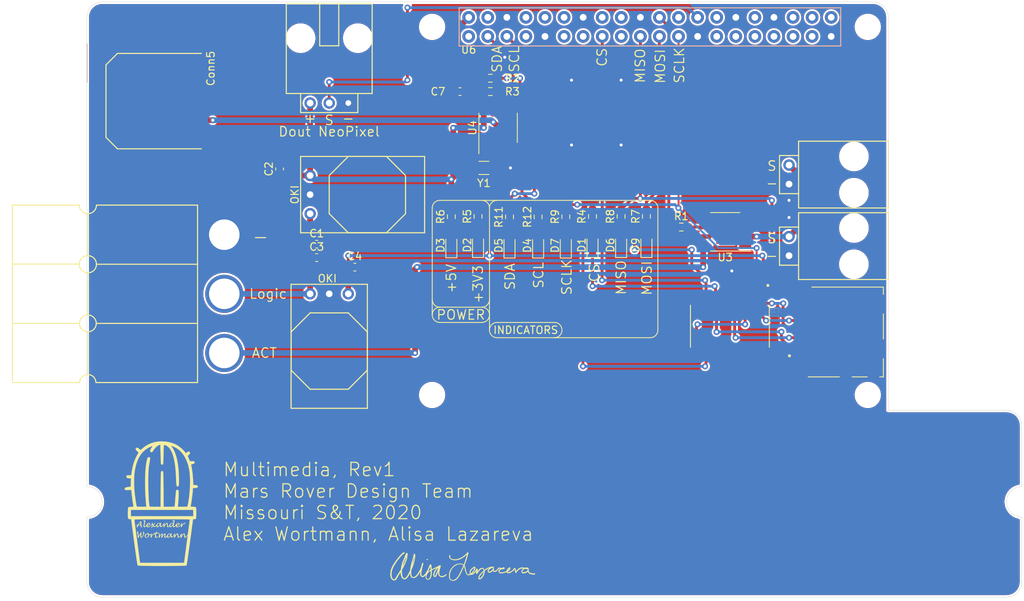
<source format=kicad_pcb>
(kicad_pcb (version 20171130) (host pcbnew "(5.1.4)-1")
  (layers (0 F.Cu signal) (31 B.Cu signal) (34 B.Paste user) (35 F.Paste user) (36 B.SilkS user) (37 F.SilkS user) (38 B.Mask user) (39 F.Mask user) (44 Edge.Cuts user))
  (net 0 "")
  (net 1 +12V)
  (net 2 GND)
  (net 3 +5V)
  (net 4 +3V3)
  (net 5 +12VA)
  (net 6 "Net-(Conn2-Pad1)")
  (net 7 Dout_NeoPixel)
  (net 8 "Net-(D1-Pad2)")
  (net 9 "Net-(D1-Pad1)")
  (net 10 "Net-(D2-Pad2)")
  (net 11 "Net-(D3-Pad2)")
  (net 12 "Net-(D4-Pad2)")
  (net 13 "Net-(D5-Pad2)")
  (net 14 "Net-(D6-Pad2)")
  (net 15 "Net-(D9-Pad2)")
  (net 16 "Net-(J1-Pad8)")
  (net 17 "Net-(J1-Pad5)")
  (net 18 LightToggle)
  (net 19 "Net-(R1-Pad2)")
  (net 20 SDA)
  (net 21 SCL)
  (net 22 "Net-(R4-Pad2)")
  (net 23 SD_Select)
  (net 24 "Net-(U4-Pad1)")
  (net 25 "Net-(U4-Pad2)")
  (net 26 "Net-(U4-Pad7)")
  (net 27 "Net-(U5-Pad12)")
  (net 28 "Net-(U5-Pad15)")
  (net 29 "Net-(U6-Pad1)")
  (net 30 "Net-(U6-Pad4)")
  (net 31 "Net-(U6-Pad7)")
  (net 32 "Net-(U6-Pad8)")
  (net 33 "Net-(U6-Pad10)")
  (net 34 "Net-(U6-Pad11)")
  (net 35 "Net-(U6-Pad12)")
  (net 36 "Net-(U6-Pad16)")
  (net 37 "Net-(U6-Pad17)")
  (net 38 "Net-(U6-Pad24)")
  (net 39 "Net-(U6-Pad27)")
  (net 40 "Net-(U6-Pad28)")
  (net 41 "Net-(U6-Pad29)")
  (net 42 "Net-(U6-Pad31)")
  (net 43 "Net-(U6-Pad32)")
  (net 44 "Net-(U6-Pad33)")
  (net 45 "Net-(U6-Pad35)")
  (net 46 "Net-(U6-Pad36)")
  (net 47 "Net-(U6-Pad37)")
  (net 48 "Net-(U6-Pad38)")
  (net 49 "Net-(U6-Pad40)")
  (net 50 "Net-(J1-Pad1)")
  (net 51 "Net-(J1-Pad3)")
  (net 52 "Net-(U6-Pad13)")
  (net 53 +5VA)
  (net 54 SD_MISO)
  (net 55 SD_MOSI)
  (net 56 SD_SCLK)
  (net 57 "Net-(D7-Pad2)")
  (module "Multimedia:PricklySig(1)" (layer F.Cu) (at 105.664 109.22)
    (fp_text reference G*** hide)
    (fp_text value LOGO hide)
  )
  (module Multimedia:Alisa_Lazareva_21mmx9mm (layer F.Cu) (at 145.796 116.332)
    (fp_text reference G*** hide)
    (fp_text value LOGO hide)
  )
  (module MRDT_Shields:RaspberryPi_THT_BOTTOM (layer F.Cu) (at 95.783001 96.291001)
    (fp_text reference U6 (at 50.8 -47.506) (layer F.SilkS))
    (fp_text value Raspberry_Pi)
    (pad "" np_thru_hole circle (at 103.93 -1.546) (size 3 3) (drill 3) (layers *.Cu *.Mask))
    (pad "" np_thru_hole circle (at 103.93 -50.546) (size 3 3) (drill 3) (layers *.Cu *.Mask))
    (pad "" np_thru_hole circle (at 45.93 -1.546) (size 3 3) (drill 3) (layers *.Cu *.Mask))
    (pad "" np_thru_hole circle (at 45.93 -50.546) (size 3 3) (drill 3) (layers *.Cu *.Mask))
    (pad 40 thru_hole circle (at 99.06 -51.816) (size 1.7 1.7) (drill 0.9) (layers *.Cu *.Mask) (net 49 "Net-(U6-Pad40)"))
    (pad 39 thru_hole circle (at 99.06 -49.276) (size 1.7 1.7) (drill 0.9) (layers *.Cu *.Mask) (net 2 GND))
    (pad 38 thru_hole circle (at 96.52 -51.816) (size 1.7 1.7) (drill 0.9) (layers *.Cu *.Mask) (net 48 "Net-(U6-Pad38)"))
    (pad 37 thru_hole circle (at 96.52 -49.276) (size 1.7 1.7) (drill 0.9) (layers *.Cu *.Mask) (net 47 "Net-(U6-Pad37)"))
    (pad 36 thru_hole circle (at 93.98 -51.816) (size 1.7 1.7) (drill 0.9) (layers *.Cu *.Mask) (net 46 "Net-(U6-Pad36)"))
    (pad 35 thru_hole circle (at 93.98 -49.276) (size 1.7 1.7) (drill 0.9) (layers *.Cu *.Mask) (net 45 "Net-(U6-Pad35)"))
    (pad 34 thru_hole circle (at 91.44 -51.816) (size 1.7 1.7) (drill 0.9) (layers *.Cu *.Mask) (net 2 GND))
    (pad 33 thru_hole circle (at 91.44 -49.276) (size 1.7 1.7) (drill 0.9) (layers *.Cu *.Mask) (net 44 "Net-(U6-Pad33)"))
    (pad 32 thru_hole circle (at 88.9 -51.816) (size 1.7 1.7) (drill 0.9) (layers *.Cu *.Mask) (net 43 "Net-(U6-Pad32)"))
    (pad 31 thru_hole circle (at 88.9 -49.276) (size 1.7 1.7) (drill 0.9) (layers *.Cu *.Mask) (net 42 "Net-(U6-Pad31)"))
    (pad 30 thru_hole circle (at 86.36 -51.816) (size 1.7 1.7) (drill 0.9) (layers *.Cu *.Mask) (net 2 GND))
    (pad 29 thru_hole circle (at 86.36 -49.276) (size 1.7 1.7) (drill 0.9) (layers *.Cu *.Mask) (net 41 "Net-(U6-Pad29)"))
    (pad 28 thru_hole circle (at 83.82 -51.816) (size 1.7 1.7) (drill 0.9) (layers *.Cu *.Mask) (net 40 "Net-(U6-Pad28)"))
    (pad 27 thru_hole circle (at 83.82 -49.276) (size 1.7 1.7) (drill 0.9) (layers *.Cu *.Mask) (net 39 "Net-(U6-Pad27)"))
    (pad 26 thru_hole circle (at 81.28 -51.816) (size 1.7 1.7) (drill 0.9) (layers *.Cu *.Mask) (net 7 Dout_NeoPixel))
    (pad 25 thru_hole circle (at 81.28 -49.276) (size 1.7 1.7) (drill 0.9) (layers *.Cu *.Mask) (net 2 GND))
    (pad 24 thru_hole circle (at 78.74 -51.816) (size 1.7 1.7) (drill 0.9) (layers *.Cu *.Mask) (net 38 "Net-(U6-Pad24)"))
    (pad 23 thru_hole circle (at 78.74 -49.276) (size 1.7 1.7) (drill 0.9) (layers *.Cu *.Mask) (net 56 SD_SCLK))
    (pad 22 thru_hole circle (at 76.2 -51.816) (size 1.7 1.7) (drill 0.9) (layers *.Cu *.Mask) (net 18 LightToggle))
    (pad 21 thru_hole circle (at 76.2 -49.276) (size 1.7 1.7) (drill 0.9) (layers *.Cu *.Mask) (net 55 SD_MOSI))
    (pad 20 thru_hole circle (at 73.66 -51.816) (size 1.7 1.7) (drill 0.9) (layers *.Cu *.Mask) (net 2 GND))
    (pad 19 thru_hole circle (at 73.66 -49.276) (size 1.7 1.7) (drill 0.9) (layers *.Cu *.Mask) (net 54 SD_MISO))
    (pad 18 thru_hole circle (at 71.12 -51.816) (size 1.7 1.7) (drill 0.9) (layers *.Cu *.Mask))
    (pad 17 thru_hole circle (at 71.12 -49.276) (size 1.7 1.7) (drill 0.9) (layers *.Cu *.Mask) (net 37 "Net-(U6-Pad17)"))
    (pad 16 thru_hole circle (at 68.58 -51.816) (size 1.7 1.7) (drill 0.9) (layers *.Cu *.Mask) (net 36 "Net-(U6-Pad16)"))
    (pad 15 thru_hole circle (at 68.58 -49.276) (size 1.7 1.7) (drill 0.9) (layers *.Cu *.Mask) (net 23 SD_Select))
    (pad 14 thru_hole circle (at 66.04 -51.816) (size 1.7 1.7) (drill 0.9) (layers *.Cu *.Mask) (net 2 GND))
    (pad 13 thru_hole circle (at 66.04 -49.276) (size 1.7 1.7) (drill 0.9) (layers *.Cu *.Mask) (net 52 "Net-(U6-Pad13)"))
    (pad 12 thru_hole circle (at 63.5 -51.816) (size 1.7 1.7) (drill 0.9) (layers *.Cu *.Mask) (net 35 "Net-(U6-Pad12)"))
    (pad 11 thru_hole circle (at 63.5 -49.276) (size 1.7 1.7) (drill 0.9) (layers *.Cu *.Mask) (net 34 "Net-(U6-Pad11)"))
    (pad 10 thru_hole circle (at 60.96 -51.816) (size 1.7 1.7) (drill 0.9) (layers *.Cu *.Mask) (net 33 "Net-(U6-Pad10)"))
    (pad 9 thru_hole circle (at 60.96 -49.276) (size 1.7 1.7) (drill 0.9) (layers *.Cu *.Mask) (net 2 GND))
    (pad 8 thru_hole circle (at 58.42 -51.816) (size 1.7 1.7) (drill 0.9) (layers *.Cu *.Mask) (net 32 "Net-(U6-Pad8)"))
    (pad 7 thru_hole circle (at 58.42 -49.276) (size 1.7 1.7) (drill 0.9) (layers *.Cu *.Mask) (net 31 "Net-(U6-Pad7)"))
    (pad 6 thru_hole circle (at 55.88 -51.816) (size 1.7 1.7) (drill 0.9) (layers *.Cu *.Mask) (net 2 GND))
    (pad 5 thru_hole circle (at 55.88 -49.276) (size 1.7 1.7) (drill 0.9) (layers *.Cu *.Mask) (net 21 SCL))
    (pad 4 thru_hole circle (at 53.34 -51.816) (size 1.7 1.7) (drill 0.9) (layers *.Cu *.Mask) (net 30 "Net-(U6-Pad4)"))
    (pad 3 thru_hole circle (at 53.34 -49.276) (size 1.7 1.7) (drill 0.9) (layers *.Cu *.Mask) (net 20 SDA))
    (pad 2 thru_hole circle (at 50.8 -51.816) (size 1.7 1.7) (drill 0.9) (layers *.Cu *.Mask) (net 3 +5V))
    (pad 1 thru_hole circle (at 50.8 -49.276) (size 1.7 1.7) (drill 0.9) (layers *.Cu *.Mask) (net 29 "Net-(U6-Pad1)"))
  )
  (module MRDT_Connectors:Anderson_3_Horizontal_Side_by_Side (layer F.Cu) (at 114.046 73.406)
    (fp_text reference Conn1 hide)
    (fp_text value Multimedia)
    (pad 1 thru_hole circle (at 0 0) (size 5.08 5.08) (drill 4.06) (layers *.Cu *.Mask F.Paste) (net 2 GND))
    (pad 2 thru_hole circle (at 0 7.874) (size 5.08 5.08) (drill 4.06) (layers *.Cu *.Mask F.Paste) (net 1 +12V))
    (pad 3 thru_hole circle (at 0 15.748) (size 5.08 5.08) (drill 4.06) (layers *.Cu *.Mask F.Paste) (net 5 +12VA))
  )
  (module MRDT_Connectors:MOLEX_SL_02_Horizontal (layer F.Cu) (at 189.23 64.137 270)
    (fp_text reference Conn2 hide)
    (fp_text value Molex_SL_02)
    (pad "" np_thru_hole circle (at 3.683 -8.636 270) (size 3.45 3.45) (drill 3.45) (layers *.Cu *.Mask))
    (pad 2 thru_hole circle (at 2.54 0 270) (size 1.524 1.524) (drill 0.9) (layers *.Cu *.Mask) (net 2 GND))
    (pad 1 thru_hole circle (at 0 0 270) (size 1.524 1.524) (drill 0.9) (layers *.Cu *.Mask) (net 6 "Net-(Conn2-Pad1)"))
    (pad "" np_thru_hole circle (at -1.145 -8.64 270) (size 3.45 3.45) (drill 3.45) (layers *.Cu *.Mask))
  )
  (module MRDT_Connectors:MOLEX_SL_02_Horizontal (layer F.Cu) (at 189.23 73.66 270)
    (fp_text reference Conn3 hide)
    (fp_text value Molex_SL_02)
    (pad "" np_thru_hole circle (at 3.683 -8.636 270) (size 3.45 3.45) (drill 3.45) (layers *.Cu *.Mask))
    (pad 2 thru_hole circle (at 2.54 0 270) (size 1.524 1.524) (drill 0.9) (layers *.Cu *.Mask) (net 2 GND))
    (pad 1 thru_hole circle (at 0 0 270) (size 1.524 1.524) (drill 0.9) (layers *.Cu *.Mask) (net 6 "Net-(Conn2-Pad1)"))
    (pad "" np_thru_hole circle (at -1.145 -8.64 270) (size 3.45 3.45) (drill 3.45) (layers *.Cu *.Mask))
  )
  (module MRDT_Connectors:MOLEX_SL_03_Horizontal (layer F.Cu) (at 125.476 55.88)
    (fp_text reference Conn4 hide)
    (fp_text value Molex_SL_03)
    (pad "" np_thru_hole circle (at 6.35 -8.636) (size 3.45 3.45) (drill 3.45) (layers *.Cu *.Mask))
    (pad "" np_thru_hole circle (at -1.27 -8.636) (size 3.45 3.45) (drill 3.45) (layers *.Cu *.Mask))
    (pad 3 thru_hole circle (at 5.08 0) (size 1.524 1.524) (drill 0.762) (layers *.Cu *.Mask) (net 2 GND))
    (pad 2 thru_hole circle (at 2.54 0) (size 1.524 1.524) (drill 0.9) (layers *.Cu *.Mask) (net 7 Dout_NeoPixel))
    (pad 1 thru_hole circle (at 0 0) (size 1.524 1.524) (drill 0.9) (layers *.Cu *.Mask) (net 3 +5V))
  )
  (module MRDT_Connectors:CR1220_Battery_Holder (layer F.Cu) (at 105.918 63.246 90)
    (fp_text reference Conn5 (at 11.9634 6.3246 90) (layer F.SilkS))
    (fp_text value 12mm_Coin_Cell_Battery_Holder)
    (pad 2 smd circle (at 7.62 0 90) (size 10.16 10.16) (layers F.Cu F.Paste F.Mask) (net 53 +5VA))
    (pad 1 smd rect (at 15.24 0 90) (size 2.54 6.35) (layers F.Cu F.Paste F.Mask) (net 2 GND))
    (pad 1 smd rect (at 0 0 90) (size 2.54 6.35) (layers F.Cu F.Paste F.Mask) (net 2 GND))
  )
  (module LED_SMD:LED_0603_1608Metric_Pad1.05x0.95mm_HandSolder (layer F.Cu) (at 163.068 74.789 90)
    (fp_text reference D1 (at 0 -1.43 90) (layer F.SilkS))
    (fp_text value SD_Select)
    (pad 2 smd roundrect (at 0.875 0 90) (size 1.05 0.95) (layers F.Cu F.Paste F.Mask) (net 8 "Net-(D1-Pad2)"))
    (pad 1 smd roundrect (at -0.875 0 90) (size 1.05 0.95) (layers F.Cu F.Paste F.Mask) (net 9 "Net-(D1-Pad1)"))
  )
  (module LED_SMD:LED_0603_1608Metric_Pad1.05x0.95mm_HandSolder (layer F.Cu) (at 147.828 74.789 90)
    (fp_text reference D2 (at 0 -1.43 90) (layer F.SilkS))
    (fp_text value GREEN)
    (pad 2 smd roundrect (at 0.875 0 90) (size 1.05 0.95) (layers F.Cu F.Paste F.Mask) (net 10 "Net-(D2-Pad2)"))
    (pad 1 smd roundrect (at -0.875 0 90) (size 1.05 0.95) (layers F.Cu F.Paste F.Mask) (net 2 GND))
  )
  (module LED_SMD:LED_0603_1608Metric_Pad1.05x0.95mm_HandSolder (layer F.Cu) (at 144.272 74.817 90)
    (fp_text reference D3 (at 0 -1.43 90) (layer F.SilkS))
    (fp_text value GREEN)
    (pad 2 smd roundrect (at 0.875 0 90) (size 1.05 0.95) (layers F.Cu F.Paste F.Mask) (net 11 "Net-(D3-Pad2)"))
    (pad 1 smd roundrect (at -0.875 0 90) (size 1.05 0.95) (layers F.Cu F.Paste F.Mask) (net 2 GND))
  )
  (module LED_SMD:LED_0603_1608Metric_Pad1.05x0.95mm_HandSolder (layer F.Cu) (at 155.829 74.8525 90)
    (fp_text reference D4 (at 0 -1.43 90) (layer F.SilkS))
    (fp_text value BLUE)
    (pad 2 smd roundrect (at 0.875 0 90) (size 1.05 0.95) (layers F.Cu F.Paste F.Mask) (net 12 "Net-(D4-Pad2)"))
    (pad 1 smd roundrect (at -0.875 0 90) (size 1.05 0.95) (layers F.Cu F.Paste F.Mask) (net 2 GND))
  )
  (module LED_SMD:LED_0603_1608Metric_Pad1.05x0.95mm_HandSolder (layer F.Cu) (at 152.019 74.8525 90)
    (fp_text reference D5 (at 0 -1.43 90) (layer F.SilkS))
    (fp_text value BLUE)
    (pad 2 smd roundrect (at 0.875 0 90) (size 1.05 0.95) (layers F.Cu F.Paste F.Mask) (net 13 "Net-(D5-Pad2)"))
    (pad 1 smd roundrect (at -0.875 0 90) (size 1.05 0.95) (layers F.Cu F.Paste F.Mask) (net 2 GND))
  )
  (module LED_SMD:LED_0603_1608Metric_Pad1.05x0.95mm_HandSolder (layer F.Cu) (at 166.878 74.789 90)
    (fp_text reference D6 (at 0 -1.43 90) (layer F.SilkS))
    (fp_text value BLUE)
    (pad 2 smd roundrect (at 0.875 0 90) (size 1.05 0.95) (layers F.Cu F.Paste F.Mask) (net 14 "Net-(D6-Pad2)"))
    (pad 1 smd roundrect (at -0.875 0 90) (size 1.05 0.95) (layers F.Cu F.Paste F.Mask) (net 2 GND))
  )
  (module LED_SMD:LED_0603_1608Metric_Pad1.05x0.95mm_HandSolder (layer F.Cu) (at 170.2435 74.789 90)
    (fp_text reference D9 (at 0 -1.43 90) (layer F.SilkS))
    (fp_text value BLUE)
    (pad 2 smd roundrect (at 0.875 0 90) (size 1.05 0.95) (layers F.Cu F.Paste F.Mask) (net 15 "Net-(D9-Pad2)"))
    (pad 1 smd roundrect (at -0.875 0 90) (size 1.05 0.95) (layers F.Cu F.Paste F.Mask) (net 2 GND))
  )
  (module MRDT_Devices:OKI_Horizontal (layer F.Cu) (at 125.476 70.612 90)
    (fp_text reference U1 hide)
    (fp_text value OKI (at 2.54 -2.032 90) (layer F.SilkS))
    (pad 3 thru_hole circle (at 5.08 0 90) (size 1.524 1.524) (drill 0.889) (layers *.Cu *.Mask) (net 3 +5V))
    (pad 2 thru_hole circle (at 2.54 0 90) (size 1.524 1.524) (drill 0.889) (layers *.Cu *.Mask) (net 2 GND))
    (pad 1 thru_hole circle (at 0 0 90) (size 1.524 1.524) (drill 0.889) (layers *.Cu *.Mask) (net 1 +12V))
  )
  (module MRDT_Devices:OKI_Horizontal (layer F.Cu) (at 125.476 81.28)
    (fp_text reference U2 hide)
    (fp_text value OKI (at 2.286 -2.032) (layer F.SilkS))
    (pad 3 thru_hole circle (at 5.08 0) (size 1.524 1.524) (drill 0.889) (layers *.Cu *.Mask) (net 4 +3V3))
    (pad 2 thru_hole circle (at 2.54 0) (size 1.524 1.524) (drill 0.889) (layers *.Cu *.Mask) (net 2 GND))
    (pad 1 thru_hole circle (at 0 0) (size 1.524 1.524) (drill 0.889) (layers *.Cu *.Mask) (net 1 +12V))
  )
  (module Package_SO:HTSOP-8-1EP_3.9x4.9mm_P1.27mm_EP2.4x3.2mm (layer F.Cu) (at 180.738 73.025 180)
    (fp_text reference U3 (at 0 -3.4) (layer F.SilkS))
    (fp_text value BDJ2GA5WEFJ)
    (pad 9 smd rect (at 0 0 180) (size 2.4 3.2) (layers F.Cu F.Mask))
    (pad 8 smd roundrect (at 2.65 -1.905 180) (size 1.6 0.6) (layers F.Cu F.Paste F.Mask) (net 5 +12VA))
    (pad 7 smd roundrect (at 2.65 -0.635 180) (size 1.6 0.6) (layers F.Cu F.Paste F.Mask))
    (pad 6 smd roundrect (at 2.65 0.635 180) (size 1.6 0.6) (layers F.Cu F.Paste F.Mask) (net 19 "Net-(R1-Pad2)"))
    (pad 5 smd roundrect (at 2.65 1.905 180) (size 1.6 0.6) (layers F.Cu F.Paste F.Mask))
    (pad 4 smd roundrect (at -2.65 1.905 180) (size 1.6 0.6) (layers F.Cu F.Paste F.Mask))
    (pad 3 smd roundrect (at -2.65 0.635 180) (size 1.6 0.6) (layers F.Cu F.Paste F.Mask) (net 2 GND))
    (pad 2 smd roundrect (at -2.65 -0.635 180) (size 1.6 0.6) (layers F.Cu F.Paste F.Mask) (net 6 "Net-(Conn2-Pad1)"))
    (pad 1 smd roundrect (at -2.65 -1.905 180) (size 1.6 0.6) (layers F.Cu F.Paste F.Mask) (net 6 "Net-(Conn2-Pad1)"))
  )
  (module Package_SO:SOIC-8_3.9x4.9mm_P1.27mm (layer F.Cu) (at 150.495 59.182 90)
    (fp_text reference U4 (at 0 -3.4 90) (layer F.SilkS))
    (fp_text value DS1307Z+)
    (pad 8 smd roundrect (at 2.475 -1.905 90) (size 1.95 0.6) (layers F.Cu F.Paste F.Mask) (net 3 +5V))
    (pad 7 smd roundrect (at 2.475 -0.635 90) (size 1.95 0.6) (layers F.Cu F.Paste F.Mask) (net 26 "Net-(U4-Pad7)"))
    (pad 6 smd roundrect (at 2.475 0.635 90) (size 1.95 0.6) (layers F.Cu F.Paste F.Mask) (net 21 SCL))
    (pad 5 smd roundrect (at 2.475 1.905 90) (size 1.95 0.6) (layers F.Cu F.Paste F.Mask) (net 20 SDA))
    (pad 4 smd roundrect (at -2.475 1.905 90) (size 1.95 0.6) (layers F.Cu F.Paste F.Mask) (net 2 GND))
    (pad 3 smd roundrect (at -2.475 0.635 90) (size 1.95 0.6) (layers F.Cu F.Paste F.Mask) (net 53 +5VA))
    (pad 2 smd roundrect (at -2.475 -0.635 90) (size 1.95 0.6) (layers F.Cu F.Paste F.Mask) (net 25 "Net-(U4-Pad2)"))
    (pad 1 smd roundrect (at -2.475 -1.905 90) (size 1.95 0.6) (layers F.Cu F.Paste F.Mask) (net 24 "Net-(U4-Pad1)"))
  )
  (module Crystal:Crystal_SMD_3215-2Pin_3.2x1.5mm (layer F.Cu) (at 148.61 64.516)
    (fp_text reference Y1 (at 0 2.032) (layer F.SilkS))
    (fp_text value 32.768KHz)
    (pad 2 smd rect (at -1.25 0) (size 1 1.8) (layers F.Cu F.Paste F.Mask) (net 24 "Net-(U4-Pad1)"))
    (pad 1 smd rect (at 1.25 0) (size 1 1.8) (layers F.Cu F.Paste F.Mask) (net 25 "Net-(U4-Pad2)"))
  )
  (module LED_SMD:LED_0603_1608Metric_Pad1.05x0.95mm_HandSolder (layer F.Cu) (at 159.512 74.8525 90)
    (fp_text reference D7 (at 0 -1.43 90) (layer F.SilkS))
    (fp_text value BLUE)
    (pad 2 smd roundrect (at 0.875 0 90) (size 1.05 0.95) (layers F.Cu F.Paste F.Mask) (net 57 "Net-(D7-Pad2)"))
    (pad 1 smd roundrect (at -0.875 0 90) (size 1.05 0.95) (layers F.Cu F.Paste F.Mask) (net 2 GND))
  )
  (module Capacitor_SMD:C_0603_1608Metric_Pad1.08x0.95mm_HandSolder (layer F.Cu) (at 126.351 74.676)
    (fp_text reference C1 (at 0 -1.43) (layer F.SilkS))
    (fp_text value 10uF)
    (pad 2 smd roundrect (at 0.8625 0) (size 1.075 0.95) (layers F.Cu F.Paste F.Mask) (net 2 GND))
    (pad 1 smd roundrect (at -0.8625 0) (size 1.075 0.95) (layers F.Cu F.Paste F.Mask) (net 1 +12V))
  )
  (module Capacitor_SMD:C_0603_1608Metric_Pad1.08x0.95mm_HandSolder (layer F.Cu) (at 121.412 64.657 90)
    (fp_text reference C2 (at 0 -1.43 90) (layer F.SilkS))
    (fp_text value 10uF)
    (pad 2 smd roundrect (at 0.8625 0 90) (size 1.075 0.95) (layers F.Cu F.Paste F.Mask) (net 2 GND))
    (pad 1 smd roundrect (at -0.8625 0 90) (size 1.075 0.95) (layers F.Cu F.Paste F.Mask) (net 3 +5V))
  )
  (module Capacitor_SMD:C_0603_1608Metric_Pad1.08x0.95mm_HandSolder (layer F.Cu) (at 126.351 76.454)
    (fp_text reference C3 (at 0 -1.43) (layer F.SilkS))
    (fp_text value 10uF)
    (pad 2 smd roundrect (at 0.8625 0) (size 1.075 0.95) (layers F.Cu F.Paste F.Mask) (net 2 GND))
    (pad 1 smd roundrect (at -0.8625 0) (size 1.075 0.95) (layers F.Cu F.Paste F.Mask) (net 1 +12V))
  )
  (module Capacitor_SMD:C_0603_1608Metric_Pad1.08x0.95mm_HandSolder (layer F.Cu) (at 131.431 77.724)
    (fp_text reference C4 (at 0 -1.43) (layer F.SilkS))
    (fp_text value 10uF)
    (pad 2 smd roundrect (at 0.8625 0) (size 1.075 0.95) (layers F.Cu F.Paste F.Mask) (net 2 GND))
    (pad 1 smd roundrect (at -0.8625 0) (size 1.075 0.95) (layers F.Cu F.Paste F.Mask) (net 4 +3V3))
  )
  (module Capacitor_SMD:C_0603_1608Metric_Pad1.08x0.95mm_HandSolder (layer F.Cu) (at 145.429 54.356 180)
    (fp_text reference C7 (at 2.935 0) (layer F.SilkS))
    (fp_text value 10uF)
    (pad 2 smd roundrect (at 0.8625 0 180) (size 1.075 0.95) (layers F.Cu F.Paste F.Mask) (net 2 GND))
    (pad 1 smd roundrect (at -0.8625 0 180) (size 1.075 0.95) (layers F.Cu F.Paste F.Mask) (net 3 +5V))
  )
  (module Resistor_SMD:R_0603_1608Metric_Pad0.98x0.95mm_HandSolder (layer F.Cu) (at 174.893 72.39)
    (fp_text reference R1 (at 0 -1.43) (layer F.SilkS))
    (fp_text value 480)
    (pad 2 smd roundrect (at 0.9125 0) (size 0.975 0.95) (layers F.Cu F.Paste F.Mask) (net 19 "Net-(R1-Pad2)"))
    (pad 1 smd roundrect (at -0.9125 0) (size 0.975 0.95) (layers F.Cu F.Paste F.Mask) (net 18 LightToggle))
  )
  (module Resistor_SMD:R_0603_1608Metric_Pad0.98x0.95mm_HandSolder (layer F.Cu) (at 149.465 52.578)
    (fp_text reference R2 (at 2.935 0) (layer F.SilkS))
    (fp_text value 1K)
    (pad 2 smd roundrect (at 0.9125 0) (size 0.975 0.95) (layers F.Cu F.Paste F.Mask) (net 20 SDA))
    (pad 1 smd roundrect (at -0.9125 0) (size 0.975 0.95) (layers F.Cu F.Paste F.Mask) (net 3 +5V))
  )
  (module Resistor_SMD:R_0603_1608Metric_Pad0.98x0.95mm_HandSolder (layer F.Cu) (at 149.465 54.356)
    (fp_text reference R3 (at 2.935 0) (layer F.SilkS))
    (fp_text value 1K)
    (pad 2 smd roundrect (at 0.9125 0) (size 0.975 0.95) (layers F.Cu F.Paste F.Mask) (net 21 SCL))
    (pad 1 smd roundrect (at -0.9125 0) (size 0.975 0.95) (layers F.Cu F.Paste F.Mask) (net 3 +5V))
  )
  (module Resistor_SMD:R_0603_1608Metric_Pad0.98x0.95mm_HandSolder (layer F.Cu) (at 163.068 70.979 90)
    (fp_text reference R4 (at 0 -1.43 90) (layer F.SilkS))
    (fp_text value 330)
    (pad 2 smd roundrect (at 0.9125 0 90) (size 0.975 0.95) (layers F.Cu F.Paste F.Mask) (net 22 "Net-(R4-Pad2)"))
    (pad 1 smd roundrect (at -0.9125 0 90) (size 0.975 0.95) (layers F.Cu F.Paste F.Mask) (net 8 "Net-(D1-Pad2)"))
  )
  (module Resistor_SMD:R_0603_1608Metric_Pad0.98x0.95mm_HandSolder (layer F.Cu) (at 147.828 70.979 90)
    (fp_text reference R5 (at 0 -1.43 90) (layer F.SilkS))
    (fp_text value 330)
    (pad 2 smd roundrect (at 0.9125 0 90) (size 0.975 0.95) (layers F.Cu F.Paste F.Mask) (net 4 +3V3))
    (pad 1 smd roundrect (at -0.9125 0 90) (size 0.975 0.95) (layers F.Cu F.Paste F.Mask) (net 10 "Net-(D2-Pad2)"))
  )
  (module Resistor_SMD:R_0603_1608Metric_Pad0.98x0.95mm_HandSolder (layer F.Cu) (at 144.272 71.007 90)
    (fp_text reference R6 (at 0 -1.43 90) (layer F.SilkS))
    (fp_text value 480)
    (pad 2 smd roundrect (at 0.9125 0 90) (size 0.975 0.95) (layers F.Cu F.Paste F.Mask) (net 3 +5V))
    (pad 1 smd roundrect (at -0.9125 0 90) (size 0.975 0.95) (layers F.Cu F.Paste F.Mask) (net 11 "Net-(D3-Pad2)"))
  )
  (module Resistor_SMD:R_0603_1608Metric_Pad0.98x0.95mm_HandSolder (layer F.Cu) (at 170.2435 70.979 90)
    (fp_text reference R7 (at 0 -1.43 90) (layer F.SilkS))
    (fp_text value 330)
    (pad 2 smd roundrect (at 0.9125 0 90) (size 0.975 0.95) (layers F.Cu F.Paste F.Mask) (net 55 SD_MOSI))
    (pad 1 smd roundrect (at -0.9125 0 90) (size 0.975 0.95) (layers F.Cu F.Paste F.Mask) (net 15 "Net-(D9-Pad2)"))
  )
  (module Resistor_SMD:R_0603_1608Metric_Pad0.98x0.95mm_HandSolder (layer F.Cu) (at 166.878 70.979 90)
    (fp_text reference R8 (at 0 -1.43 90) (layer F.SilkS))
    (fp_text value 330)
    (pad 2 smd roundrect (at 0.9125 0 90) (size 0.975 0.95) (layers F.Cu F.Paste F.Mask) (net 54 SD_MISO))
    (pad 1 smd roundrect (at -0.9125 0 90) (size 0.975 0.95) (layers F.Cu F.Paste F.Mask) (net 14 "Net-(D6-Pad2)"))
  )
  (module Resistor_SMD:R_0603_1608Metric_Pad0.98x0.95mm_HandSolder (layer F.Cu) (at 159.512 71.0165 90)
    (fp_text reference R9 (at 0 -1.43 90) (layer F.SilkS))
    (fp_text value 330)
    (pad 2 smd roundrect (at 0.9125 0 90) (size 0.975 0.95) (layers F.Cu F.Paste F.Mask) (net 56 SD_SCLK))
    (pad 1 smd roundrect (at -0.9125 0 90) (size 0.975 0.95) (layers F.Cu F.Paste F.Mask) (net 57 "Net-(D7-Pad2)"))
  )
  (module Resistor_SMD:R_0603_1608Metric_Pad0.98x0.95mm_HandSolder (layer F.Cu) (at 152.019 71.0425 90)
    (fp_text reference R11 (at 0 -1.43 90) (layer F.SilkS))
    (fp_text value 480)
    (pad 2 smd roundrect (at 0.9125 0 90) (size 0.975 0.95) (layers F.Cu F.Paste F.Mask) (net 20 SDA))
    (pad 1 smd roundrect (at -0.9125 0 90) (size 0.975 0.95) (layers F.Cu F.Paste F.Mask) (net 13 "Net-(D5-Pad2)"))
  )
  (module Resistor_SMD:R_0603_1608Metric_Pad0.98x0.95mm_HandSolder (layer F.Cu) (at 155.829 71.0425 90)
    (fp_text reference R12 (at 0 -1.43 90) (layer F.SilkS))
    (fp_text value 480)
    (pad 2 smd roundrect (at 0.9125 0 90) (size 0.975 0.95) (layers F.Cu F.Paste F.Mask) (net 21 SCL))
    (pad 1 smd roundrect (at -0.9125 0 90) (size 0.975 0.95) (layers F.Cu F.Paste F.Mask) (net 12 "Net-(D4-Pad2)"))
  )
  (module Multimedia:SOP127P780X200-16N (layer F.Cu) (at 181.356 85.598 270)
    (fp_text reference U5 (at -1.595 -6.062 90) (layer F.SilkS) (effects (font (thickness 0.015))))
    (fp_text value 4050)
    (pad 1 smd rect (at -3.465 -4.445 270) (size 1.97 0.61) (layers F.Cu F.Paste F.Mask) (net 4 +3V3))
    (pad 2 smd rect (at -3.465 -3.175 270) (size 1.97 0.61) (layers F.Cu F.Paste F.Mask) (net 17 "Net-(J1-Pad5)"))
    (pad 3 smd rect (at -3.465 -1.905 270) (size 1.97 0.61) (layers F.Cu F.Paste F.Mask) (net 56 SD_SCLK))
    (pad 4 smd rect (at -3.465 -0.635 270) (size 1.97 0.61) (layers F.Cu F.Paste F.Mask) (net 51 "Net-(J1-Pad3)"))
    (pad 5 smd rect (at -3.465 0.635 270) (size 1.97 0.61) (layers F.Cu F.Paste F.Mask) (net 55 SD_MOSI))
    (pad 6 smd rect (at -3.465 1.905 270) (size 1.97 0.61) (layers F.Cu F.Paste F.Mask) (net 9 "Net-(D1-Pad1)"))
    (pad 7 smd rect (at -3.465 3.175 270) (size 1.97 0.61) (layers F.Cu F.Paste F.Mask) (net 23 SD_Select))
    (pad 8 smd rect (at -3.465 4.445 270) (size 1.97 0.61) (layers F.Cu F.Paste F.Mask) (net 2 GND))
    (pad 9 smd rect (at 3.465 4.445 270) (size 1.97 0.61) (layers F.Cu F.Paste F.Mask) (net 56 SD_SCLK))
    (pad 10 smd rect (at 3.465 3.175 270) (size 1.97 0.61) (layers F.Cu F.Paste F.Mask) (net 22 "Net-(R4-Pad2)"))
    (pad 11 smd rect (at 3.465 1.905 270) (size 1.97 0.61) (layers F.Cu F.Paste F.Mask) (net 2 GND))
    (pad 12 smd rect (at 3.465 0.635 270) (size 1.97 0.61) (layers F.Cu F.Paste F.Mask) (net 27 "Net-(U5-Pad12)"))
    (pad 13 smd rect (at 3.465 -0.635 270) (size 1.97 0.61) (layers F.Cu F.Paste F.Mask))
    (pad 14 smd rect (at 3.465 -1.905 270) (size 1.97 0.61) (layers F.Cu F.Paste F.Mask) (net 2 GND))
    (pad 15 smd rect (at 3.465 -3.175 270) (size 1.97 0.61) (layers F.Cu F.Paste F.Mask) (net 28 "Net-(U5-Pad15)"))
    (pad 16 smd rect (at 3.465 -4.445 270) (size 1.97 0.61) (layers F.Cu F.Paste F.Mask))
  )
  (module Multimedia:MOLEX_104031-0811 (layer F.Cu) (at 196.088 86.36 270)
    (fp_text reference J1 (at -2.545225 -7.385735 90) (layer F.SilkS) (effects (font (size 1.002071 1.002071) (thickness 0.015))))
    (fp_text value 104031-0811)
    (pad G1 smd rect (at 5.565 5.325 270) (size 1.55 1.35) (layers F.Cu F.Paste F.Mask) (net 2 GND))
    (pad G2 smd rect (at -5.755 5.1 270) (size 1.17 1.8) (layers F.Cu F.Paste F.Mask) (net 2 GND))
    (pad G4 smd rect (at 2.24 -5.375 270) (size 1.9 1.35) (layers F.Cu F.Paste F.Mask) (net 2 GND))
    (pad G3 smd rect (at -3.73 -5.375 270) (size 1.9 1.35) (layers F.Cu F.Paste F.Mask) (net 2 GND))
    (pad 10 smd rect (at 5.74 -4.4 270) (size 1.2 1) (layers F.Cu F.Paste F.Mask) (net 2 GND))
    (pad 9 smd rect (at 5.74 -0.7 270) (size 1.2 1) (layers F.Cu F.Paste F.Mask) (net 2 GND))
    (pad 1 smd rect (at 3.105 5.45 270) (size 0.85 1.1) (layers F.Cu F.Paste F.Mask) (net 50 "Net-(J1-Pad1)"))
    (pad 2 smd rect (at 2.005 5.45 270) (size 0.85 1.1) (layers F.Cu F.Paste F.Mask) (net 9 "Net-(D1-Pad1)"))
    (pad 3 smd rect (at 0.905 5.45 270) (size 0.85 1.1) (layers F.Cu F.Paste F.Mask) (net 51 "Net-(J1-Pad3)"))
    (pad 4 smd rect (at -0.195 5.45 270) (size 0.85 1.1) (layers F.Cu F.Paste F.Mask) (net 4 +3V3))
    (pad 5 smd rect (at -1.295 5.45 270) (size 0.85 1.1) (layers F.Cu F.Paste F.Mask) (net 17 "Net-(J1-Pad5)"))
    (pad 6 smd rect (at -2.395 5.45 270) (size 0.85 1.1) (layers F.Cu F.Paste F.Mask) (net 2 GND))
    (pad 7 smd rect (at -3.495 5.45 270) (size 0.85 1.1) (layers F.Cu F.Paste F.Mask) (net 54 SD_MISO))
    (pad 8 smd rect (at -4.545 5.45 270) (size 0.75 1.1) (layers F.Cu F.Paste F.Mask) (net 16 "Net-(J1-Pad8)"))
  )
  (gr_text SDA (at 150.368 50.038 90) (layer F.SilkS) (effects (font (size 1.27 1.27))))
  (gr_text SCL (at 152.654 50.038 90) (layer F.SilkS) (effects (font (size 1.27 1.27))))
  (gr_text CS (at 164.338 49.784 90) (layer F.SilkS) (effects (font (size 1.27 1.27))))
  (gr_text SCLK (at 174.625 50.8635 90) (layer F.SilkS) (effects (font (size 1.27 1.27))))
  (gr_text MISO (at 169.418 50.927 90) (layer F.SilkS) (effects (font (size 1.27 1.27))))
  (gr_text MOSI (at 172.085 50.9905 90) (layer F.SilkS) (effects (font (size 1.27 1.27))))
  (gr_text SCLK (at 159.639 79.0575 90) (layer F.SilkS) (effects (font (size 1.27 1.27))))
  (gr_line (start 157.988 85.09) (end 150.368 85.09) (layer F.SilkS) (width 0.12))
  (gr_arc (start 157.988 86.106) (end 157.988 87.122) (angle -180) (layer F.SilkS) (width 0.12))
  (gr_text INDICATORS (at 154.178 86.106) (layer F.SilkS) (effects (font (size 1 1))))
  (gr_arc (start 150.368 86.106) (end 150.368 85.09) (angle -90) (layer F.SilkS) (width 0.12))
  (gr_arc (start 170.7515 69.85) (end 171.7675 69.85) (angle -90) (layer F.SilkS) (width 0.12))
  (gr_arc (start 170.7515 86.106) (end 170.7515 87.122) (angle -90) (layer F.SilkS) (width 0.12))
  (gr_arc (start 150.368 69.85) (end 150.368 68.834) (angle -90) (layer F.SilkS) (width 0.12))
  (gr_arc (start 148.336 69.85) (end 149.352 69.85) (angle -90) (layer F.SilkS) (width 0.12))
  (gr_arc (start 142.748 69.85) (end 142.748 68.834) (angle -90) (layer F.SilkS) (width 0.12))
  (gr_line (start 148.336 85.09) (end 142.748 85.09) (layer F.SilkS) (width 0.12))
  (gr_arc (start 148.336 84.074) (end 148.336 85.09) (angle -90) (layer F.SilkS) (width 0.12))
  (gr_arc (start 142.748 84.074) (end 141.732 84.074) (angle -90) (layer F.SilkS) (width 0.12))
  (gr_text POWER (at 145.542 84.074) (layer F.SilkS) (effects (font (size 1.27 1.27))))
  (gr_line (start 149.352 82.042) (end 149.352 69.85) (layer F.SilkS) (width 0.12))
  (gr_arc (start 148.336 82.042) (end 148.336 83.058) (angle -90) (layer F.SilkS) (width 0.12))
  (gr_arc (start 142.748 84.074) (end 142.748 83.058) (angle -90) (layer F.SilkS) (width 0.12))
  (gr_arc (start 142.748 82.042) (end 141.732 82.042) (angle -90) (layer F.SilkS) (width 0.12))
  (gr_arc (start 148.336 84.074) (end 149.352 84.074) (angle -90) (layer F.SilkS) (width 0.12))
  (gr_arc (start 150.368 86.106) (end 149.352 86.106) (angle -90) (layer F.SilkS) (width 0.12))
  (gr_line (start 149.352 82.042) (end 149.352 86.106) (layer F.SilkS) (width 0.12))
  (gr_line (start 142.748 83.058) (end 148.336 83.058) (layer F.SilkS) (width 0.12))
  (gr_line (start 141.732 84.074) (end 141.732 69.85) (layer F.SilkS) (width 0.12))
  (gr_line (start 170.7515 87.122) (end 150.368 87.122) (layer F.SilkS) (width 0.12))
  (gr_line (start 171.7675 69.85) (end 171.7675 86.106) (layer F.SilkS) (width 0.12))
  (gr_line (start 142.748 68.834) (end 170.7515 68.834) (layer F.SilkS) (width 0.12))
  (gr_text MOSI (at 170.307 79.1845 90) (layer F.SilkS) (effects (font (size 1.27 1.27))))
  (gr_text CS (at 163.322 78.486 90) (layer F.SilkS) (effects (font (size 1.27 1.27))))
  (gr_text MISO (at 166.878 79.121 90) (layer F.SilkS) (effects (font (size 1.27 1.27))))
  (gr_text SDA (at 152.0825 78.994 90) (layer F.SilkS) (effects (font (size 1.27 1.27))))
  (gr_text SCL (at 155.8925 78.8035 90) (layer F.SilkS) (effects (font (size 1.27 1.27))))
  (gr_text +3V3 (at 147.828 80.01 90) (layer F.SilkS) (effects (font (size 1.27 1.27))))
  (gr_text +5V (at 144.272 79.248 90) (layer F.SilkS) (effects (font (size 1.27 1.27))))
  (gr_text - (at 186.944 76.2) (layer F.SilkS) (effects (font (size 1.27 1.27))))
  (gr_text S (at 186.944 73.914) (layer F.SilkS) (effects (font (size 1.27 1.27))))
  (gr_text - (at 186.944 66.548) (layer F.SilkS) (effects (font (size 1.27 1.27))))
  (gr_text S (at 186.944 64.262) (layer F.SilkS) (effects (font (size 1.27 1.27))))
  (gr_text ACT (at 119.38 89.154) (layer F.SilkS) (effects (font (size 1.27 1.27))))
  (gr_text Logic (at 119.888 81.28) (layer F.SilkS) (effects (font (size 1.27 1.27))))
  (gr_text - (at 118.872 73.66) (layer F.SilkS) (effects (font (size 1.778 1.778))))
  (gr_text S (at 128.016 58.166) (layer F.SilkS) (effects (font (size 1.27 1.27))))
  (gr_text - (at 130.556 57.912) (layer F.SilkS) (effects (font (size 1.27 1.27))))
  (gr_text + (at 125.476 57.912) (layer F.SilkS) (effects (font (size 1.27 1.27))))
  (gr_text "Dout NeoPixel" (at 128.016 59.69) (layer F.SilkS) (effects (font (size 1.27 1.27))))
  (gr_text "Multimedia, Rev1\nMars Rover Design Team\nMissouri S&T, 2020\nAlex Wortmann, Alisa Lazareva" (at 113.792 108.966) (layer F.SilkS) (effects (font (size 1.778 1.778) (thickness 0.1524)) (justify left)))
  (gr_arc (start 200.406 44.45) (end 202.438 44.45) (angle -90) (layer Edge.Cuts) (width 0.05))
  (gr_arc (start 97.79 44.45) (end 97.79 42.418) (angle -90) (layer Edge.Cuts) (width 0.05))
  (gr_line (start 95.758 106.934) (end 95.758 44.45) (layer Edge.Cuts) (width 0.05))
  (gr_line (start 95.758 110.998) (end 95.758 119.634) (layer Edge.Cuts) (width 0.05))
  (gr_arc (start 95.758 108.966) (end 95.758 110.998) (angle -180) (layer Edge.Cuts) (width 0.05))
  (gr_arc (start 97.79 119.634) (end 95.758 119.634) (angle -90) (layer Edge.Cuts) (width 0.05))
  (gr_line (start 220.218 106.934) (end 220.218 98.806) (layer Edge.Cuts) (width 0.05))
  (gr_line (start 220.218 110.998) (end 220.218 119.634) (layer Edge.Cuts) (width 0.05))
  (gr_arc (start 218.186 119.634) (end 218.186 121.666) (angle -90) (layer Edge.Cuts) (width 0.05))
  (gr_arc (start 220.218 108.966) (end 220.218 106.934) (angle -180) (layer Edge.Cuts) (width 0.05))
  (gr_arc (start 218.186 98.806) (end 220.218 98.806) (angle -90) (layer Edge.Cuts) (width 0.05))
  (gr_line (start 97.79 42.418) (end 200.406 42.418) (layer Edge.Cuts) (width 0.05))
  (gr_line (start 218.186 121.666) (end 97.79 121.666) (layer Edge.Cuts) (width 0.05))
  (gr_line (start 202.438 96.774) (end 218.186 96.774) (layer Edge.Cuts) (width 0.05))
  (gr_line (start 202.438 44.45) (end 202.438 96.774) (layer Edge.Cuts) (width 0.05))
  (segment (start 125.476 81.28) (end 125.476 76.454) (width 0.762) (layer F.Cu) (net 1))
  (segment (start 125.476 74.676) (end 125.476 76.454) (width 0.762) (layer F.Cu) (net 1))
  (segment (start 125.476 74.676) (end 125.476 70.612) (width 0.762) (layer F.Cu) (net 1))
  (segment (start 114.046 81.28) (end 125.476 81.28) (width 0.762) (layer B.Cu) (net 1))
  (via (at 189.23 68.834) (size 0.8) (drill 0.4) (layers F.Cu B.Cu) (net 2))
  (via (at 189.23 71.12) (size 0.8) (drill 0.4) (layers F.Cu B.Cu) (net 2))
  (via (at 151.384 49.784) (size 0.8) (drill 0.4) (layers F.Cu B.Cu) (net 2))
  (via (at 166.878 52.832) (size 0.8) (drill 0.4) (layers F.Cu B.Cu) (net 2))
  (via (at 166.878 61.468) (size 0.8) (drill 0.4) (layers F.Cu B.Cu) (net 2))
  (via (at 160.274 61.468) (size 0.8) (drill 0.4) (layers F.Cu B.Cu) (net 2))
  (via (at 160.274 52.832) (size 0.8) (drill 0.4) (layers F.Cu B.Cu) (net 2))
  (via (at 181.61 78.232) (size 0.8) (drill 0.4) (layers F.Cu B.Cu) (net 2))
  (via (at 152.146 64.516) (size 0.8) (drill 0.4) (layers F.Cu B.Cu) (net 2))
  (segment (start 125.476 65.532) (end 121.412 65.532) (width 0.762) (layer F.Cu) (net 3))
  (segment (start 125.476 65.532) (end 125.476 55.88) (width 0.762) (layer F.Cu) (net 3))
  (segment (start 148.59 56.707) (end 148.59 52.578) (width 0.762) (layer F.Cu) (net 3))
  (segment (start 148.59 54.356) (end 146.304 54.356) (width 0.762) (layer F.Cu) (net 3))
  (segment (start 145.152 49.14) (end 148.59 52.578) (width 0.762) (layer F.Cu) (net 3))
  (segment (start 145.152 45.906002) (end 145.152 49.14) (width 0.762) (layer F.Cu) (net 3))
  (segment (start 146.583001 44.475001) (end 145.152 45.906002) (width 0.762) (layer F.Cu) (net 3))
  (via (at 144.272 66.04) (size 0.8) (drill 0.4) (layers F.Cu B.Cu) (net 3))
  (segment (start 144.272 70.132) (end 144.272 66.04) (width 0.762) (layer F.Cu) (net 3))
  (segment (start 125.984 66.04) (end 125.476 65.532) (width 0.762) (layer B.Cu) (net 3))
  (segment (start 144.272 66.04) (end 125.984 66.04) (width 0.762) (layer B.Cu) (net 3))
  (via (at 148.59 59.182) (size 0.8) (drill 0.4) (layers F.Cu B.Cu) (net 3))
  (segment (start 148.59 56.707) (end 148.59 59.182) (width 0.762) (layer F.Cu) (net 3))
  (via (at 144.526 59.182) (size 0.8) (drill 0.4) (layers F.Cu B.Cu) (net 3))
  (segment (start 148.59 59.182) (end 144.526 59.182) (width 0.762) (layer B.Cu) (net 3))
  (segment (start 144.526 65.786) (end 144.272 66.04) (width 0.762) (layer F.Cu) (net 3))
  (segment (start 144.526 59.182) (end 144.526 65.786) (width 0.762) (layer F.Cu) (net 3))
  (segment (start 130.556 77.724) (end 130.556 81.28) (width 0.762) (layer F.Cu) (net 4))
  (segment (start 188.439499 82.578501) (end 188.468 82.55) (width 0.381) (layer F.Cu) (net 4))
  (via (at 188.468 82.55) (size 0.8) (drill 0.4) (layers F.Cu B.Cu) (net 4))
  (segment (start 190.638 86.165) (end 189.389058 86.165) (width 0.381) (layer F.Cu) (net 4))
  (segment (start 188.439499 85.215441) (end 188.439499 82.578501) (width 0.381) (layer F.Cu) (net 4))
  (segment (start 189.389058 86.165) (end 188.439499 85.215441) (width 0.381) (layer F.Cu) (net 4))
  (via (at 186.944 82.55) (size 0.8) (drill 0.4) (layers F.Cu B.Cu) (net 4))
  (segment (start 188.468 82.55) (end 186.944 82.55) (width 0.381) (layer B.Cu) (net 4))
  (segment (start 186.218 82.55) (end 185.801 82.133) (width 0.381) (layer F.Cu) (net 4))
  (segment (start 186.944 82.55) (end 186.218 82.55) (width 0.381) (layer F.Cu) (net 4))
  (via (at 130.556 76.2) (size 0.8) (drill 0.4) (layers F.Cu B.Cu) (net 4))
  (segment (start 130.556 77.724) (end 130.556 76.2) (width 0.381) (layer F.Cu) (net 4))
  (via (at 185.674 76.2) (size 0.8) (drill 0.4) (layers F.Cu B.Cu) (net 4))
  (segment (start 185.801 82.133) (end 185.801 76.327) (width 0.381) (layer F.Cu) (net 4))
  (segment (start 185.801 76.327) (end 185.674 76.2) (width 0.381) (layer F.Cu) (net 4))
  (segment (start 185.674 76.2) (end 171.958 76.2) (width 0.381) (layer B.Cu) (net 4))
  (segment (start 147.828 70.104) (end 148.59 70.104) (width 0.381) (layer F.Cu) (net 4))
  (segment (start 149.352 70.866) (end 149.352 76.2) (width 0.381) (layer F.Cu) (net 4))
  (via (at 149.352 76.2) (size 0.8) (drill 0.4) (layers F.Cu B.Cu) (net 4))
  (segment (start 148.59 70.104) (end 149.352 70.866) (width 0.381) (layer F.Cu) (net 4))
  (segment (start 130.556 76.2) (end 149.352 76.2) (width 0.381) (layer B.Cu) (net 4))
  (segment (start 149.352 76.2) (end 171.958 76.2) (width 0.381) (layer B.Cu) (net 4))
  (via (at 139.446 89.154) (size 0.8) (drill 0.4) (layers F.Cu B.Cu) (net 5))
  (segment (start 114.046 89.154) (end 139.446 89.154) (width 0.762) (layer B.Cu) (net 5))
  (via (at 139.7 77.724) (size 0.8) (drill 0.4) (layers F.Cu B.Cu) (net 5))
  (segment (start 139.446 89.154) (end 139.446 77.978) (width 0.762) (layer F.Cu) (net 5))
  (segment (start 139.446 77.978) (end 139.7 77.724) (width 0.762) (layer F.Cu) (net 5))
  (segment (start 139.7 77.724) (end 176.276 77.724) (width 0.762) (layer B.Cu) (net 5))
  (segment (start 177.8 75.218) (end 178.088 74.93) (width 0.762) (layer F.Cu) (net 5))
  (segment (start 177.8 76.2) (end 177.8 75.218) (width 0.762) (layer F.Cu) (net 5))
  (via (at 177.8 77.724) (size 0.8) (drill 0.4) (layers F.Cu B.Cu) (net 5))
  (segment (start 177.8 76.2) (end 177.8 77.724) (width 0.762) (layer F.Cu) (net 5))
  (segment (start 176.276 77.724) (end 177.8 77.724) (width 0.762) (layer B.Cu) (net 5))
  (segment (start 183.388 74.93) (end 183.388 73.66) (width 0.381) (layer F.Cu) (net 6))
  (segment (start 190.382501 65.289501) (end 189.23 64.137) (width 0.762) (layer F.Cu) (net 6))
  (segment (start 189.23 73.66) (end 190.382501 72.507499) (width 0.762) (layer F.Cu) (net 6))
  (segment (start 183.388 73.66) (end 184.912 73.66) (width 0.762) (layer F.Cu) (net 6))
  (segment (start 184.912 73.66) (end 189.23 73.66) (width 0.762) (layer B.Cu) (net 6))
  (via (at 184.912 73.66) (size 0.8) (drill 0.4) (layers F.Cu B.Cu) (net 6))
  (segment (start 190.382501 65.289501) (end 190.511501 65.289501) (width 0.762) (layer F.Cu) (net 6))
  (segment (start 190.511501 65.289501) (end 190.573001 65.351001) (width 0.762) (layer F.Cu) (net 6))
  (segment (start 190.573001 72.316999) (end 190.382501 72.507499) (width 0.762) (layer F.Cu) (net 6))
  (segment (start 190.573001 65.351001) (end 190.573001 72.316999) (width 0.762) (layer F.Cu) (net 6))
  (via (at 128.016 53.086) (size 0.8) (drill 0.4) (layers F.Cu B.Cu) (net 7))
  (segment (start 128.016 55.88) (end 128.016 53.086) (width 0.381) (layer F.Cu) (net 7))
  (segment (start 128.016 53.086) (end 138.176 53.086) (width 0.381) (layer B.Cu) (net 7))
  (via (at 138.43 52.832) (size 0.8) (drill 0.4) (layers F.Cu B.Cu) (net 7))
  (segment (start 138.176 53.086) (end 138.43 52.832) (width 0.381) (layer B.Cu) (net 7))
  (segment (start 138.43 52.832) (end 138.43 43.434) (width 0.381) (layer F.Cu) (net 7))
  (via (at 138.43 43.18) (size 0.8) (drill 0.4) (layers F.Cu B.Cu) (net 7))
  (segment (start 138.43 43.434) (end 138.43 43.18) (width 0.381) (layer F.Cu) (net 7))
  (segment (start 175.768 43.18) (end 177.063001 44.475001) (width 0.381) (layer B.Cu) (net 7))
  (segment (start 138.43 43.18) (end 175.768 43.18) (width 0.381) (layer B.Cu) (net 7))
  (segment (start 163.068 73.914) (end 163.068 71.854) (width 0.381) (layer F.Cu) (net 8))
  (via (at 188.214 86.3315) (size 0.8) (drill 0.4) (layers F.Cu B.Cu) (net 9))
  (segment (start 188.214 87.275942) (end 188.214 86.3315) (width 0.381) (layer F.Cu) (net 9))
  (segment (start 190.638 88.365) (end 189.303058 88.365) (width 0.381) (layer F.Cu) (net 9))
  (segment (start 189.303058 88.365) (end 188.214 87.275942) (width 0.381) (layer F.Cu) (net 9))
  (via (at 179.578 86.36) (size 0.8) (drill 0.4) (layers F.Cu B.Cu) (net 9))
  (segment (start 188.214 86.3315) (end 179.6065 86.3315) (width 0.381) (layer B.Cu) (net 9))
  (segment (start 179.6065 86.3315) (end 179.578 86.36) (width 0.381) (layer B.Cu) (net 9))
  (segment (start 179.578 82.26) (end 179.451 82.133) (width 0.381) (layer F.Cu) (net 9))
  (segment (start 179.578 86.36) (end 179.578 82.26) (width 0.381) (layer F.Cu) (net 9))
  (via (at 179.324 80.264) (size 0.8) (drill 0.4) (layers F.Cu B.Cu) (net 9))
  (segment (start 179.451 82.133) (end 179.451 80.391) (width 0.381) (layer F.Cu) (net 9))
  (segment (start 179.451 80.391) (end 179.324 80.264) (width 0.381) (layer F.Cu) (net 9))
  (via (at 163.068 80.264) (size 0.8) (drill 0.4) (layers F.Cu B.Cu) (net 9))
  (segment (start 163.068 75.664) (end 163.068 80.264) (width 0.381) (layer F.Cu) (net 9))
  (segment (start 179.324 80.264) (end 163.068 80.264) (width 0.381) (layer B.Cu) (net 9))
  (segment (start 147.828 73.914) (end 147.828 71.854) (width 0.381) (layer F.Cu) (net 10))
  (segment (start 144.272 73.942) (end 144.272 71.882) (width 0.381) (layer F.Cu) (net 11))
  (segment (start 155.829 73.9775) (end 155.829 71.9175) (width 0.381) (layer F.Cu) (net 12))
  (segment (start 152.019 73.9775) (end 152.019 71.9175) (width 0.381) (layer F.Cu) (net 13))
  (segment (start 166.878 73.914) (end 166.878 71.854) (width 0.381) (layer F.Cu) (net 14))
  (segment (start 170.2435 73.914) (end 170.2435 71.854) (width 0.381) (layer F.Cu) (net 15))
  (via (at 186.182 84.836) (size 0.8) (drill 0.4) (layers F.Cu B.Cu) (net 17))
  (segment (start 184.531 82.133) (end 184.531 83.185) (width 0.381) (layer F.Cu) (net 17))
  (segment (start 184.531 83.185) (end 186.182 84.836) (width 0.381) (layer F.Cu) (net 17))
  (via (at 189.23 84.836) (size 0.8) (drill 0.4) (layers F.Cu B.Cu) (net 17))
  (segment (start 186.182 84.836) (end 189.23 84.836) (width 0.381) (layer B.Cu) (net 17))
  (segment (start 190.409 84.836) (end 190.638 85.065) (width 0.381) (layer F.Cu) (net 17))
  (segment (start 189.23 84.836) (end 190.409 84.836) (width 0.381) (layer F.Cu) (net 17))
  (segment (start 173.223502 71.595502) (end 174.018 72.39) (width 0.381) (layer F.Cu) (net 18))
  (segment (start 173.223502 45.715502) (end 173.223502 71.595502) (width 0.381) (layer F.Cu) (net 18))
  (segment (start 171.983001 44.475001) (end 173.223502 45.715502) (width 0.381) (layer F.Cu) (net 18))
  (segment (start 175.768 72.39) (end 178.088 72.39) (width 0.381) (layer F.Cu) (net 19))
  (segment (start 150.34 48.232) (end 149.123001 47.015001) (width 0.381) (layer F.Cu) (net 20))
  (segment (start 150.34 52.578) (end 150.34 48.232) (width 0.381) (layer F.Cu) (net 20))
  (segment (start 150.34 52.578) (end 151.13 52.578) (width 0.381) (layer F.Cu) (net 20))
  (via (at 151.638 52.578) (size 0.8) (drill 0.4) (layers F.Cu B.Cu) (net 20))
  (segment (start 151.13 52.578) (end 151.638 52.578) (width 0.381) (layer F.Cu) (net 20))
  (via (at 153.416 52.578) (size 0.8) (drill 0.4) (layers F.Cu B.Cu) (net 20))
  (segment (start 151.638 52.578) (end 153.416 52.578) (width 0.381) (layer B.Cu) (net 20))
  (segment (start 153.416 55.691) (end 152.4 56.707) (width 0.381) (layer F.Cu) (net 20))
  (segment (start 153.416 52.578) (end 153.416 55.691) (width 0.381) (layer F.Cu) (net 20))
  (segment (start 152.4 56.707) (end 154.94 59.247) (width 0.381) (layer F.Cu) (net 20))
  (via (at 152.7175 67.945) (size 0.8) (drill 0.4) (layers F.Cu B.Cu) (net 20))
  (segment (start 152.019 68.6435) (end 152.7175 67.945) (width 0.381) (layer F.Cu) (net 20))
  (segment (start 152.019 70.13) (end 152.019 68.6435) (width 0.381) (layer F.Cu) (net 20))
  (via (at 155.321 67.945) (size 0.8) (drill 0.4) (layers F.Cu B.Cu) (net 20))
  (segment (start 152.7175 67.945) (end 155.321 67.945) (width 0.381) (layer B.Cu) (net 20))
  (segment (start 155.321 59.628) (end 154.94 59.247) (width 0.381) (layer F.Cu) (net 20))
  (segment (start 155.321 67.945) (end 155.321 59.628) (width 0.381) (layer F.Cu) (net 20))
  (segment (start 151.13 54.864) (end 150.368 54.356) (width 0.381) (layer F.Cu) (net 21))
  (segment (start 151.13 56.707) (end 151.13 54.864) (width 0.381) (layer F.Cu) (net 21))
  (segment (start 152.513 47.865) (end 152.513 53.989) (width 0.381) (layer F.Cu) (net 21))
  (segment (start 151.663001 47.015001) (end 152.513 47.865) (width 0.381) (layer F.Cu) (net 21))
  (segment (start 151.638 54.864) (end 151.13 54.864) (width 0.381) (layer F.Cu) (net 21))
  (segment (start 152.513 53.989) (end 151.638 54.864) (width 0.381) (layer F.Cu) (net 21))
  (segment (start 151.13 57.682) (end 151.13 56.707) (width 0.381) (layer F.Cu) (net 21))
  (segment (start 153.67 60.222) (end 151.13 57.682) (width 0.381) (layer F.Cu) (net 21))
  (segment (start 153.67 67.7895) (end 153.67 60.222) (width 0.381) (layer F.Cu) (net 21))
  (segment (start 155.829 69.9485) (end 153.67 67.7895) (width 0.381) (layer F.Cu) (net 21))
  (segment (start 155.829 70.13) (end 155.829 69.9485) (width 0.381) (layer F.Cu) (net 21))
  (via (at 178.054 90.932) (size 0.8) (drill 0.4) (layers F.Cu B.Cu) (net 22))
  (segment (start 178.181 89.063) (end 178.181 90.805) (width 0.381) (layer F.Cu) (net 22))
  (segment (start 178.181 90.805) (end 178.054 90.932) (width 0.381) (layer F.Cu) (net 22))
  (segment (start 163.068 70.104) (end 161.798 71.374) (width 0.381) (layer F.Cu) (net 22))
  (via (at 161.798 90.932) (size 0.8) (drill 0.4) (layers F.Cu B.Cu) (net 22))
  (segment (start 161.798 71.374) (end 161.798 90.932) (width 0.381) (layer F.Cu) (net 22))
  (segment (start 178.054 90.932) (end 161.798 90.932) (width 0.381) (layer B.Cu) (net 22))
  (segment (start 161.798 90.932) (end 161.544 90.932) (width 0.381) (layer B.Cu) (net 22))
  (via (at 178.054 79.4735) (size 0.8) (drill 0.4) (layers F.Cu B.Cu) (net 23))
  (segment (start 178.181 82.133) (end 178.181 79.6005) (width 0.381) (layer F.Cu) (net 23))
  (segment (start 178.181 79.6005) (end 178.054 79.4735) (width 0.381) (layer F.Cu) (net 23))
  (via (at 164.338 79.4735) (size 0.8) (drill 0.4) (layers F.Cu B.Cu) (net 23))
  (segment (start 178.054 79.4735) (end 164.338 79.4735) (width 0.381) (layer B.Cu) (net 23))
  (segment (start 164.338 79.4735) (end 164.338 71.374) (width 0.381) (layer F.Cu) (net 23))
  (segment (start 164.363001 47.015001) (end 164.363001 68.808999) (width 0.381) (layer F.Cu) (net 23))
  (segment (start 164.363001 71.348999) (end 164.338 71.374) (width 0.25) (layer F.Cu) (net 23))
  (segment (start 164.363001 68.808999) (end 164.363001 71.348999) (width 0.381) (layer F.Cu) (net 23))
  (segment (start 148.59 63.286) (end 147.36 64.516) (width 0.381) (layer F.Cu) (net 24))
  (segment (start 148.59 61.657) (end 148.59 63.286) (width 0.381) (layer F.Cu) (net 24))
  (segment (start 149.86 61.657) (end 149.86 64.516) (width 0.381) (layer F.Cu) (net 25))
  (via (at 182.118 87.122) (size 0.8) (drill 0.4) (layers F.Cu B.Cu) (net 51))
  (segment (start 181.991 82.133) (end 181.991 86.995) (width 0.381) (layer F.Cu) (net 51))
  (segment (start 181.991 86.995) (end 182.118 87.122) (width 0.381) (layer F.Cu) (net 51))
  (via (at 189.23 87.122) (size 0.8) (drill 0.4) (layers F.Cu B.Cu) (net 51))
  (segment (start 182.118 87.122) (end 189.23 87.122) (width 0.381) (layer B.Cu) (net 51))
  (segment (start 190.495 87.122) (end 190.638 87.265) (width 0.381) (layer F.Cu) (net 51))
  (segment (start 189.23 87.122) (end 190.495 87.122) (width 0.381) (layer F.Cu) (net 51))
  (via (at 149.86 58.42) (size 0.8) (drill 0.4) (layers F.Cu B.Cu) (net 53))
  (via (at 112.522 58.166) (size 0.8) (drill 0.4) (layers F.Cu B.Cu) (net 53))
  (segment (start 151.13 59.69) (end 151.13 61.657) (width 0.762) (layer F.Cu) (net 53))
  (segment (start 149.86 58.42) (end 151.13 59.69) (width 0.762) (layer F.Cu) (net 53))
  (segment (start 149.606 58.166) (end 144.272 58.166) (width 0.762) (layer B.Cu) (net 53))
  (segment (start 149.86 58.42) (end 149.606 58.166) (width 0.762) (layer B.Cu) (net 53))
  (segment (start 144.272 58.166) (end 112.522 58.166) (width 0.762) (layer B.Cu) (net 53))
  (segment (start 108.458 58.166) (end 105.918 55.626) (width 0.762) (layer F.Cu) (net 53))
  (segment (start 112.522 58.166) (end 108.458 58.166) (width 0.762) (layer F.Cu) (net 53))
  (segment (start 186.944 79.748902) (end 186.944 68.834) (width 0.381) (layer F.Cu) (net 54))
  (via (at 186.944 68.834) (size 0.8) (drill 0.4) (layers F.Cu B.Cu) (net 54))
  (segment (start 190.638 82.865) (end 190.060098 82.865) (width 0.381) (layer F.Cu) (net 54))
  (segment (start 190.060098 82.865) (end 186.944 79.748902) (width 0.381) (layer F.Cu) (net 54))
  (segment (start 169.443001 47.015001) (end 169.443001 68.554999) (width 0.381) (layer F.Cu) (net 54))
  (via (at 169.418 68.58) (size 0.8) (drill 0.4) (layers F.Cu B.Cu) (net 54))
  (segment (start 186.69 68.58) (end 186.944 68.834) (width 0.381) (layer B.Cu) (net 54))
  (segment (start 169.418 68.58) (end 186.69 68.58) (width 0.381) (layer B.Cu) (net 54))
  (segment (start 168.3645 68.58) (end 166.878 70.0665) (width 0.381) (layer F.Cu) (net 54))
  (segment (start 169.418 68.58) (end 168.3645 68.58) (width 0.381) (layer F.Cu) (net 54))
  (segment (start 180.721 82.133) (end 180.721 80.391) (width 0.381) (layer F.Cu) (net 55))
  (segment (start 180.721 80.391) (end 178.844501 78.514501) (width 0.381) (layer F.Cu) (net 55))
  (segment (start 171.958 47.040002) (end 171.983001 47.015001) (width 0.381) (layer F.Cu) (net 55))
  (segment (start 171.958 67.31) (end 171.958 47.040002) (width 0.381) (layer F.Cu) (net 55))
  (segment (start 170.2435 69.0245) (end 171.958 67.31) (width 0.381) (layer F.Cu) (net 55))
  (segment (start 170.2435 70.0665) (end 170.2435 69.0245) (width 0.381) (layer F.Cu) (net 55))
  (segment (start 178.844501 78.514501) (end 178.844501 78.514501) (width 0.381) (layer F.Cu) (net 55))
  (segment (start 178.844501 78.514501) (end 178.844501 78.514501) (width 0.381) (layer F.Cu) (net 55))
  (via (at 176.276 75.4095) (size 0.8) (drill 0.4) (layers F.Cu B.Cu) (net 55))
  (segment (start 176.276 77.369942) (end 176.276 75.4095) (width 0.381) (layer F.Cu) (net 55))
  (segment (start 177.420559 78.514501) (end 176.276 77.369942) (width 0.381) (layer F.Cu) (net 55))
  (segment (start 178.844501 78.514501) (end 177.420559 78.514501) (width 0.381) (layer F.Cu) (net 55))
  (via (at 168.656 75.4095) (size 0.8) (drill 0.4) (layers F.Cu B.Cu) (net 55))
  (segment (start 176.276 75.4095) (end 168.656 75.4095) (width 0.381) (layer B.Cu) (net 55))
  (segment (start 168.656 71.654) (end 170.2435 70.0665) (width 0.381) (layer F.Cu) (net 55))
  (segment (start 168.656 75.4095) (end 168.656 71.654) (width 0.381) (layer F.Cu) (net 55))
  (via (at 177.038 85.344) (size 0.8) (drill 0.4) (layers F.Cu B.Cu) (net 56))
  (segment (start 176.911 89.063) (end 176.911 85.471) (width 0.381) (layer F.Cu) (net 56))
  (segment (start 176.911 85.471) (end 177.038 85.344) (width 0.381) (layer F.Cu) (net 56))
  (via (at 183.388 85.344) (size 0.8) (drill 0.4) (layers F.Cu B.Cu) (net 56))
  (segment (start 177.038 85.344) (end 183.388 85.344) (width 0.381) (layer B.Cu) (net 56))
  (segment (start 183.388 82.26) (end 183.261 82.133) (width 0.381) (layer F.Cu) (net 56))
  (segment (start 183.388 85.344) (end 183.388 82.26) (width 0.381) (layer F.Cu) (net 56))
  (segment (start 183.261 82.133) (end 183.261 80.899) (width 0.25) (layer F.Cu) (net 56))
  (segment (start 183.261 80.899) (end 184.912 79.248) (width 0.25) (layer F.Cu) (net 56))
  (via (at 184.912 75.184) (size 0.8) (drill 0.4) (layers F.Cu B.Cu) (net 56))
  (segment (start 184.912 79.248) (end 184.912 75.184) (width 0.25) (layer F.Cu) (net 56))
  (segment (start 179.832 75.184) (end 174.498 69.85) (width 0.25) (layer B.Cu) (net 56))
  (via (at 174.498 69.85) (size 0.8) (drill 0.4) (layers F.Cu B.Cu) (net 56))
  (segment (start 184.912 75.184) (end 179.832 75.184) (width 0.25) (layer B.Cu) (net 56))
  (segment (start 174.523001 69.824999) (end 174.523001 47.015001) (width 0.25) (layer F.Cu) (net 56))
  (segment (start 174.498 69.85) (end 174.523001 69.824999) (width 0.25) (layer F.Cu) (net 56))
  (segment (start 174.498 69.85) (end 174.3075 69.6595) (width 0.381) (layer B.Cu) (net 56))
  (segment (start 174.3075 69.6595) (end 174.0535 69.4055) (width 0.381) (layer B.Cu) (net 56))
  (via (at 161.036 69.4055) (size 0.8) (drill 0.4) (layers F.Cu B.Cu) (net 56))
  (segment (start 174.0535 69.4055) (end 161.036 69.4055) (width 0.381) (layer B.Cu) (net 56))
  (segment (start 160.2105 69.4055) (end 159.512 70.104) (width 0.381) (layer F.Cu) (net 56))
  (segment (start 161.036 69.4055) (end 160.2105 69.4055) (width 0.381) (layer F.Cu) (net 56))
  (segment (start 159.512 73.9775) (end 159.512 71.929) (width 0.25) (layer F.Cu) (net 57))
  (zone (net 2) (net_name GND) (layer F.Cu) (connect_pads yes (clearance 0.254)) (min_thickness 0.254) (fill yes (arc_segments 32) (thermal_gap 0.508) (thermal_bridge_width 0.508))
    (polygon (pts (xy 95.758 42.418) (xy 202.438 42.418) (xy 202.438 96.774) (xy 220.218 96.774) (xy 220.472 122.174) (xy 95.758 121.92) (xy 95.758 121.412)))
  )
  (zone (net 2) (net_name GND) (layer B.Cu) (connect_pads yes (clearance 0.254)) (min_thickness 0.254) (fill yes (arc_segments 32) (thermal_gap 0.508) (thermal_bridge_width 0.508))
    (polygon (pts (xy 95.758 121.92) (xy 220.472 122.174) (xy 220.218 96.774) (xy 202.438 96.774) (xy 202.438 42.418) (xy 95.758 42.418) (xy 95.758 42.926)))
  )
)
</source>
